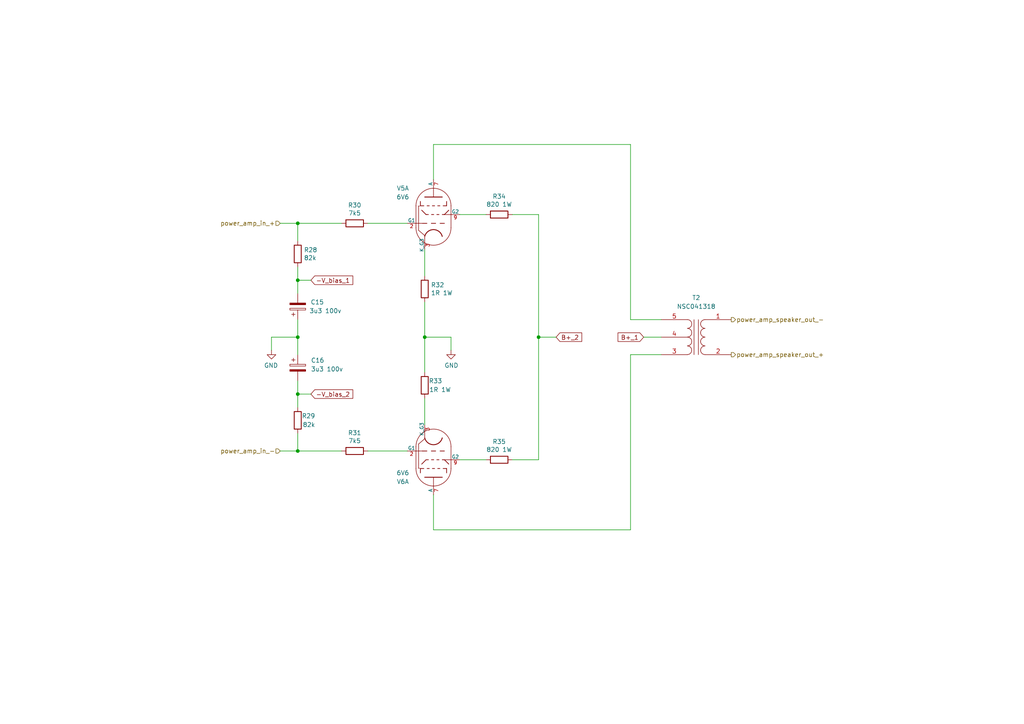
<source format=kicad_sch>
(kicad_sch (version 20211123) (generator eeschema)
  (paper "A4")
  (title_block (title "cf 12 watt class AB tube amp") (date "2022-01-03") (rev "0") (comment 1 "creativecommons.org/licenses/by/4.0/") (comment 2 "License: CC by 4.0") (comment 3 "Author: Jordan Aceto"))
  (lib_symbols
    (symbol "Device:C_Polarized" (pin_numbers hide) (pin_names (offset 0.254))
      (property "Reference" "C" (at 0.635 2.54 0))
      (property "Value" "C_Polarized" (at 0.635 -2.54 0))
      (symbol "C_Polarized_0_1"
        (rectangle (start -2.286 0.508) (end 2.286 1.016))
        (polyline (pts (xy -1.778 2.286) (xy -0.762 2.286)))
        (polyline (pts (xy -1.27 2.794) (xy -1.27 1.778)))
        (rectangle (start 2.286 -0.508) (end -2.286 -1.016) (fill (type outline)))
      )
      (symbol "C_Polarized_1_1"
        (pin passive line (at 0 3.81 270) (length 2.794) (name "~") (number "1"))
        (pin passive line (at 0 -3.81 90) (length 2.794) (name "~") (number "2"))
      )
    )
    (symbol "Device:R" (pin_numbers hide) (pin_names (offset 0))
      (property "Reference" "R" (at 2.032 0 90))
      (property "Value" "R" (at 0 0 90))
      (symbol "R_0_1"
        (rectangle (start -1.016 -2.54) (end 1.016 2.54) (stroke (width 0.254)))
      )
      (symbol "R_1_1"
        (pin passive line (at 0 3.81 270) (length 1.27) (name "~") (number "1"))
        (pin passive line (at 0 -3.81 90) (length 1.27) (name "~") (number "2"))
      )
    )
    (symbol "Device:Transformer_1P_SS" (pin_names (offset 1.016) hide)
      (property "Reference" "T" (at 0 6.35 0))
      (property "Value" "Transformer_1P_SS" (at 0 -7.62 0))
      (symbol "Transformer_1P_SS_0_1"
        (arc (start -2.54 -5.0546) (mid -1.6561 -4.6863) (end -1.27 -3.81))
        (arc (start -2.54 -2.5146) (mid -1.6561 -2.1463) (end -1.27 -1.27))
        (arc (start -2.54 0.0254) (mid -1.6561 0.3937) (end -1.27 1.27))
        (arc (start -2.54 2.5654) (mid -1.6561 2.9337) (end -1.27 3.81))
        (arc (start -1.27 -3.81) (mid -1.642 -2.912) (end -2.54 -2.54))
        (arc (start -1.27 -1.27) (mid -1.642 -0.372) (end -2.54 0))
        (arc (start -1.27 1.27) (mid -1.642 2.168) (end -2.54 2.54))
        (arc (start -1.27 3.81) (mid -1.642 4.708) (end -2.54 5.08))
        (polyline (pts (xy -0.635 5.08) (xy -0.635 -5.08)))
        (polyline (pts (xy 0.635 -5.08) (xy 0.635 5.08)))
        (arc (start 1.2954 -1.27) (mid 1.6599 -2.1501) (end 2.54 -2.5146))
        (arc (start 1.2954 1.27) (mid 1.6599 0.3899) (end 2.54 0.0254))
        (arc (start 1.2954 3.81) (mid 1.6599 2.9299) (end 2.54 2.5654))
        (arc (start 1.3208 -3.81) (mid 1.6853 -4.6901) (end 2.5654 -5.0546))
        (arc (start 2.54 0) (mid 1.6456 -0.3683) (end 1.2954 -1.27))
        (arc (start 2.54 2.54) (mid 1.6456 2.1717) (end 1.2954 1.27))
        (arc (start 2.54 5.08) (mid 1.6456 4.7117) (end 1.2954 3.81))
        (arc (start 2.5654 -2.54) (mid 1.671 -2.9083) (end 1.3208 -3.81))
      )
      (symbol "Transformer_1P_SS_1_1"
        (pin passive line (at -10.16 5.08 0) (length 7.62) (name "AA") (number "1"))
        (pin passive line (at -10.16 -5.08 0) (length 7.62) (name "AB") (number "2"))
        (pin passive line (at 10.16 -5.08 180) (length 7.62) (name "SA") (number "3"))
        (pin passive line (at 10.16 0 180) (length 7.62) (name "SC") (number "4"))
        (pin passive line (at 10.16 5.08 180) (length 7.62) (name "SB") (number "5"))
      )
    )
    (symbol "custom_symbols:6V6" (pin_names (offset 0))
      (property "Reference" "U" (at 5.08 10.16 0))
      (property "Value" "6V6" (at 7.62 -7.62 0))
      (symbol "6V6_0_1"
        (arc (start -5.08 -2.54) (mid 0 -7.62) (end 5.08 -2.54))
        (polyline (pts (xy -5.08 3.81) (xy -5.08 -2.54) (xy -5.08 -2.54)))
        (polyline (pts (xy 5.08 -2.54) (xy 5.08 3.81) (xy 5.08 3.81)))
        (arc (start 5.08 3.81) (mid 0 8.89) (end -5.08 3.81))
      )
      (symbol "6V6_1_0"
        (polyline (pts (xy -2.54 -5.08) (xy -2.54 -7.62)))
      )
      (symbol "6V6_1_1"
        (polyline (pts (xy -5.08 -1.27) (xy -3.175 -1.27)))
        (polyline (pts (xy -4.318 -3.302) (xy -4.318 3.7338)))
        (polyline (pts (xy -4.318 -3.302) (xy -2.54 -4.826)))
        (polyline (pts (xy -4.064 3.7338) (xy -4.318 3.7338)))
        (polyline (pts (xy -3.81 3.81) (xy -2.794 3.81)) (stroke (width 0.2032)))
        (polyline (pts (xy -3.81 5.08) (xy -3.81 3.81)) (stroke (width 0.2032)))
        (polyline (pts (xy -3.429 2.54) (xy -2.159 1.27)) (stroke (width 0.2032)))
        (polyline (pts (xy -2.159 1.27) (xy -1.4732 1.27)) (stroke (width 0.2032)))
        (polyline (pts (xy -1.905 -1.27) (xy -3.175 -1.27)) (stroke (width 0.2032)))
        (polyline (pts (xy -1.8542 3.81) (xy -1.2192 3.81)) (stroke (width 0.2032)))
        (polyline (pts (xy -0.635 -1.27) (xy 0.635 -1.27)) (stroke (width 0.2032)))
        (polyline (pts (xy -0.5842 1.27) (xy 0.0762 1.27)) (stroke (width 0.2032)))
        (polyline (pts (xy -0.3302 3.81) (xy 0.3302 3.81)) (stroke (width 0.2032)))
        (polyline (pts (xy 0 6.35) (xy 0 8.89)))
        (polyline (pts (xy 0.9652 1.27) (xy 1.6002 1.27)) (stroke (width 0.2032)))
        (polyline (pts (xy 1.2192 3.81) (xy 1.8542 3.81)) (stroke (width 0.2032)))
        (polyline (pts (xy 1.905 -1.27) (xy 3.175 -1.27)) (stroke (width 0.2032)))
        (polyline (pts (xy 2.54 1.27) (xy 3.175 1.27)) (stroke (width 0.2032)))
        (polyline (pts (xy 3.175 1.27) (xy 5.08 1.27)))
        (polyline (pts (xy 3.81 3.81) (xy 2.794 3.81)) (stroke (width 0.2032)))
        (polyline (pts (xy 3.81 5.08) (xy 3.81 3.81)) (stroke (width 0.2032)))
        (polyline (pts (xy 4.445 2.54) (xy 3.175 1.27)) (stroke (width 0.2032)))
        (polyline (pts (xy -2.54 6.35) (xy 2.54 6.35) (xy 2.54 6.35)) (stroke (width 0.254)))
        (arc (start 2.54 -5.08) (mid 0 -3.0968) (end -2.54 -5.08) (stroke (width 0.254)))
        (pin input line (at -7.62 -1.27 0) (length 2.54) (name "G1") (number "2"))
        (pin bidirectional line (at -2.54 -8.89 90) (length 2.54) (name "K_G3") (number "3"))
        (pin output line (at 0 11.43 270) (length 2.54) (name "A") (number "7"))
        (pin input line (at 7.62 1.27 180) (length 2.54) (name "G2") (number "9"))
      )
      (symbol "6V6_2_1"
        (polyline (pts (xy -2.54 -5.08) (xy -2.54 -6.35) (xy -2.54 -6.35)))
        (polyline (pts (xy 2.54 -6.35) (xy 2.54 -5.08) (xy 2.54 -5.08)))
        (arc (start 2.54 -5.08) (mid 0 -4.0279) (end -2.54 -5.08))
        (pin passive line (at -2.54 -10.16 90) (length 3.81) (name "F1") (number "4"))
        (pin passive line (at 2.54 -10.16 90) (length 3.81) (name "F2") (number "5"))
      )
    )
    (symbol "power:GND" (power) (pin_names (offset 0))
      (property "Value" "GND" (at 0 -3.81 0))
      (symbol "GND_0_1"
        (polyline (pts (xy 0 0) (xy 0 -1.27) (xy 1.27 -1.27) (xy 0 -2.54) (xy -1.27 -1.27) (xy 0 -1.27)))
      )
      (symbol "GND_1_1"
        (pin power_in line (at 0 0 270) (length 0) hide (name "GND") (number "1"))
      )
    )
  )
  (junction (at 123.19 97.79))
  (junction (at 156.21 97.79))
  (junction (at 86.36 64.77))
  (junction (at 86.36 81.28))
  (junction (at 86.36 114.3))
  (junction (at 86.36 130.81))
  (junction (at 86.36 97.79))
  (wire (pts (xy 125.73 143.51) (xy 125.73 153.67)))
  (wire (pts (xy 78.74 97.79) (xy 86.36 97.79)))
  (wire (pts (xy 156.21 133.35) (xy 156.21 97.79)))
  (wire (pts (xy 86.36 85.09) (xy 86.36 81.28)))
  (wire (pts (xy 86.36 125.73) (xy 86.36 130.81)))
  (wire (pts (xy 182.88 92.71) (xy 191.77 92.71)))
  (wire (pts (xy 125.73 153.67) (xy 182.88 153.67)))
  (wire (pts (xy 186.69 97.79) (xy 191.77 97.79)))
  (wire (pts (xy 78.74 101.6) (xy 78.74 97.79)))
  (wire (pts (xy 156.21 97.79) (xy 156.21 62.23)))
  (wire (pts (xy 90.17 81.28) (xy 86.36 81.28)))
  (wire (pts (xy 125.73 52.07) (xy 125.73 41.91)))
  (wire (pts (xy 182.88 102.87) (xy 191.77 102.87)))
  (wire (pts (xy 161.29 97.79) (xy 156.21 97.79)))
  (wire (pts (xy 118.11 64.77) (xy 106.68 64.77)))
  (wire (pts (xy 86.36 130.81) (xy 99.06 130.81)))
  (wire (pts (xy 86.36 64.77) (xy 99.06 64.77)))
  (wire (pts (xy 182.88 41.91) (xy 182.88 92.71)))
  (wire (pts (xy 86.36 69.85) (xy 86.36 64.77)))
  (wire (pts (xy 123.19 115.57) (xy 123.19 123.19)))
  (wire (pts (xy 140.97 133.35) (xy 133.35 133.35)))
  (wire (pts (xy 81.28 130.81) (xy 86.36 130.81)))
  (wire (pts (xy 118.11 130.81) (xy 106.68 130.81)))
  (wire (pts (xy 86.36 102.87) (xy 86.36 97.79)))
  (wire (pts (xy 81.28 64.77) (xy 86.36 64.77)))
  (wire (pts (xy 156.21 62.23) (xy 148.59 62.23)))
  (wire (pts (xy 182.88 153.67) (xy 182.88 102.87)))
  (wire (pts (xy 90.17 114.3) (xy 86.36 114.3)))
  (wire (pts (xy 123.19 97.79) (xy 123.19 87.63)))
  (wire (pts (xy 123.19 107.95) (xy 123.19 97.79)))
  (wire (pts (xy 140.97 62.23) (xy 133.35 62.23)))
  (wire (pts (xy 123.19 80.01) (xy 123.19 72.39)))
  (wire (pts (xy 125.73 41.91) (xy 182.88 41.91)))
  (wire (pts (xy 86.36 110.49) (xy 86.36 114.3)))
  (wire (pts (xy 86.36 81.28) (xy 86.36 77.47)))
  (wire (pts (xy 86.36 97.79) (xy 86.36 92.71)))
  (wire (pts (xy 130.81 97.79) (xy 123.19 97.79)))
  (wire (pts (xy 130.81 101.6) (xy 130.81 97.79)))
  (wire (pts (xy 148.59 133.35) (xy 156.21 133.35)))
  (wire (pts (xy 86.36 114.3) (xy 86.36 118.11)))
  (global_label "B+_2" (shape input) (at 161.29 97.79 0) (property "Intersheet References" "${INTERSHEET_REFS}" (effects hide)))
  (global_label "B+_1" (shape input) (at 186.69 97.79 180) (property "Intersheet References" "${INTERSHEET_REFS}" (effects hide)))
  (global_label "-V_bias_1" (shape input) (at 90.17 81.28 0) (property "Intersheet References" "${INTERSHEET_REFS}" (effects hide)))
  (global_label "-V_bias_2" (shape input) (at 90.17 114.3 0) (property "Intersheet References" "${INTERSHEET_REFS}" (effects hide)))
  (hierarchical_label "power_amp_speaker_out_+" (shape output) (at 212.09 102.87 0))
  (hierarchical_label "power_amp_in_-" (shape input) (at 81.28 130.81 180))
  (hierarchical_label "power_amp_speaker_out_-" (shape output) (at 212.09 92.71 0))
  (hierarchical_label "power_amp_in_+" (shape input) (at 81.28 64.77 180))
  (symbol (lib_id "Device:R") (at 102.87 64.77 270) (unit 1)
    (property "Reference" "R30" (at 102.87 59.5122 90))
    (property "Value" "7k5" (at 102.87 61.8236 90))
  )
  (symbol (lib_id "Device:R") (at 123.19 83.82 0) (unit 1)
    (property "Reference" "R32" (at 124.968 82.6516 0) (effects (justify left)))
    (property "Value" "1R 1W" (at 124.968 84.963 0) (effects (justify left)))
  )
  (symbol (lib_id "Device:R") (at 144.78 62.23 270) (unit 1)
    (property "Reference" "R34" (at 144.78 56.9722 90))
    (property "Value" "820 1W" (at 144.78 59.2836 90))
  )
  (symbol (lib_id "Device:R") (at 86.36 73.66 0) (unit 1)
    (property "Reference" "R28" (at 88.138 72.4916 0) (effects (justify left)))
    (property "Value" "82k" (at 88.138 74.803 0) (effects (justify left)))
  )
  (symbol (lib_id "Device:R") (at 102.87 130.81 270) (mirror x) (unit 1)
    (property "Reference" "R31" (at 102.87 125.5522 90))
    (property "Value" "7k5" (at 102.87 127.8636 90))
  )
  (symbol (lib_id "Device:R") (at 123.19 111.76 0) (mirror x) (unit 1)
    (property "Reference" "R33" (at 128.27 110.49 0) (effects (justify right)))
    (property "Value" "1R 1W" (at 130.81 113.03 0) (effects (justify right)))
  )
  (symbol (lib_id "Device:R") (at 144.78 133.35 270) (mirror x) (unit 1)
    (property "Reference" "R35" (at 144.78 128.0922 90))
    (property "Value" "820 1W" (at 144.78 130.4036 90))
  )
  (symbol (lib_id "Device:R") (at 86.36 121.92 0) (mirror x) (unit 1)
    (property "Reference" "R29" (at 91.44 120.65 0) (effects (justify right)))
    (property "Value" "82k" (at 91.44 123.19 0) (effects (justify right)))
  )
  (symbol (lib_id "Device:Transformer_1P_SS") (at 201.93 97.79 0) (mirror y) (unit 1)
    (property "Reference" "T2" (at 201.93 86.36 0))
    (property "Value" "NSC041318" (at 201.93 88.9 0))
  )
  (symbol (lib_id "power:GND") (at 130.81 101.6 0) (unit 1)
    (property "Reference" "#PWR010" (effects hide))
    (property "Value" "GND" (at 130.937 105.9942 0))
  )
  (symbol (lib_id "power:GND") (at 78.74 101.6 0) (mirror y) (unit 1)
    (property "Reference" "#PWR09" (effects hide))
    (property "Value" "GND" (at 78.613 105.9942 0))
  )
  (symbol (lib_id "custom_symbols:6V6") (at 125.73 132.08 0) (mirror x) (unit 1)
    (property "Reference" "V6" (at 116.84 139.7 0))
    (property "Value" "6V6" (at 116.84 137.16 0))
    (property "Footprint" "octal" (effects hide))
  )
  (symbol (lib_id "Device:C_Polarized") (at 86.36 106.68 0) (unit 1)
    (property "Reference" "C16" (at 90.17 104.5209 0) (effects (justify left)))
    (property "Value" "3u3 100v" (at 90.17 107.0609 0) (effects (justify left)))
  )
  (symbol (lib_id "custom_symbols:6V6") (at 125.73 63.5 0) (unit 1)
    (property "Reference" "V5" (at 116.84 54.61 0))
    (property "Value" "6V6" (at 116.84 57.15 0))
    (property "Footprint" "octal" (effects hide))
  )
  (symbol (lib_id "Device:C_Polarized") (at 86.36 88.9 0) (mirror x) (unit 1)
    (property "Reference" "C15" (at 93.98 87.63 0) (effects (justify right)))
    (property "Value" "3u3 100v" (at 99.06 90.17 0) (effects (justify right)))
  )
)
</source>
